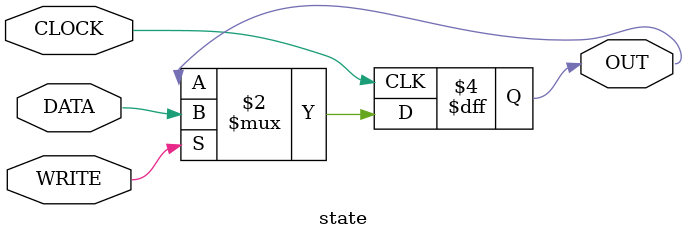
<source format=v>
module state (CLOCK, WRITE, DATA, OUT);

    input CLOCK, WRITE, DATA;
    output reg OUT;

    always @(posedge CLOCK) begin

        if (WRITE) begin
            OUT <= DATA;
        end

    end

endmodule
</source>
